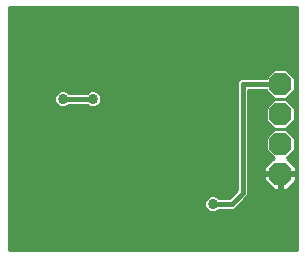
<source format=gbl>
G75*
%MOIN*%
%OFA0B0*%
%FSLAX25Y25*%
%IPPOS*%
%LPD*%
%AMOC8*
5,1,8,0,0,1.08239X$1,22.5*
%
%ADD10OC8,0.07600*%
%ADD11C,0.03400*%
%ADD12C,0.01600*%
%ADD13C,0.01000*%
%ADD14R,0.03400X0.03400*%
%ADD15C,0.16598*%
D10*
X0110080Y0029000D03*
X0110080Y0039000D03*
X0110080Y0049000D03*
X0110080Y0059000D03*
D11*
X0087580Y0019000D03*
X0047580Y0054000D03*
X0037580Y0054000D03*
D12*
X0047580Y0054000D01*
X0087580Y0019000D02*
X0093830Y0019000D01*
X0097580Y0022750D01*
X0097580Y0059000D01*
X0110080Y0059000D01*
D13*
X0019580Y0084461D02*
X0019580Y0003500D01*
X0115530Y0003500D01*
X0115530Y0084461D01*
X0019580Y0084461D01*
X0019580Y0084376D02*
X0115530Y0084376D01*
X0115530Y0083378D02*
X0019580Y0083378D01*
X0019580Y0082379D02*
X0115530Y0082379D01*
X0115530Y0081381D02*
X0019580Y0081381D01*
X0019580Y0080382D02*
X0115530Y0080382D01*
X0115530Y0079384D02*
X0019580Y0079384D01*
X0019580Y0078385D02*
X0115530Y0078385D01*
X0115530Y0077387D02*
X0019580Y0077387D01*
X0019580Y0076388D02*
X0115530Y0076388D01*
X0115530Y0075390D02*
X0019580Y0075390D01*
X0019580Y0074391D02*
X0115530Y0074391D01*
X0115530Y0073393D02*
X0019580Y0073393D01*
X0019580Y0072394D02*
X0115530Y0072394D01*
X0115530Y0071396D02*
X0019580Y0071396D01*
X0019580Y0070397D02*
X0115530Y0070397D01*
X0115530Y0069399D02*
X0019580Y0069399D01*
X0019580Y0068400D02*
X0115530Y0068400D01*
X0115530Y0067402D02*
X0019580Y0067402D01*
X0019580Y0066403D02*
X0115530Y0066403D01*
X0115530Y0065405D02*
X0019580Y0065405D01*
X0019580Y0064406D02*
X0115530Y0064406D01*
X0115530Y0063408D02*
X0112602Y0063408D01*
X0112109Y0063900D02*
X0108050Y0063900D01*
X0105180Y0061030D01*
X0105180Y0060900D01*
X0096793Y0060900D01*
X0095680Y0059787D01*
X0095680Y0023537D01*
X0093043Y0020900D01*
X0089639Y0020900D01*
X0089166Y0021374D01*
X0088137Y0021800D01*
X0087023Y0021800D01*
X0085994Y0021374D01*
X0085206Y0020586D01*
X0084780Y0019557D01*
X0084780Y0018443D01*
X0085206Y0017414D01*
X0085994Y0016626D01*
X0087023Y0016200D01*
X0088137Y0016200D01*
X0089166Y0016626D01*
X0089639Y0017100D01*
X0094617Y0017100D01*
X0098367Y0020850D01*
X0099480Y0021963D01*
X0099480Y0057100D01*
X0105180Y0057100D01*
X0105180Y0056970D01*
X0108050Y0054100D01*
X0112109Y0054100D01*
X0114980Y0056970D01*
X0114980Y0061030D01*
X0112109Y0063900D01*
X0113600Y0062409D02*
X0115530Y0062409D01*
X0115530Y0061411D02*
X0114599Y0061411D01*
X0114980Y0060412D02*
X0115530Y0060412D01*
X0115530Y0059414D02*
X0114980Y0059414D01*
X0114980Y0058415D02*
X0115530Y0058415D01*
X0115530Y0057417D02*
X0114980Y0057417D01*
X0115530Y0056418D02*
X0114427Y0056418D01*
X0113429Y0055420D02*
X0115530Y0055420D01*
X0115530Y0054421D02*
X0112430Y0054421D01*
X0112109Y0053900D02*
X0108050Y0053900D01*
X0105180Y0051030D01*
X0105180Y0046970D01*
X0108050Y0044100D01*
X0112109Y0044100D01*
X0114980Y0046970D01*
X0114980Y0051030D01*
X0112109Y0053900D01*
X0112587Y0053423D02*
X0115530Y0053423D01*
X0115530Y0052424D02*
X0113585Y0052424D01*
X0114584Y0051426D02*
X0115530Y0051426D01*
X0115530Y0050427D02*
X0114980Y0050427D01*
X0114980Y0049429D02*
X0115530Y0049429D01*
X0115530Y0048430D02*
X0114980Y0048430D01*
X0114980Y0047432D02*
X0115530Y0047432D01*
X0115530Y0046433D02*
X0114442Y0046433D01*
X0113444Y0045434D02*
X0115530Y0045434D01*
X0115530Y0044436D02*
X0112445Y0044436D01*
X0112109Y0043900D02*
X0108050Y0043900D01*
X0105180Y0041030D01*
X0105180Y0036970D01*
X0107867Y0034283D01*
X0104780Y0031195D01*
X0104780Y0029500D01*
X0109580Y0029500D01*
X0109580Y0028500D01*
X0110580Y0028500D01*
X0110580Y0029500D01*
X0115380Y0029500D01*
X0115380Y0031195D01*
X0112292Y0034283D01*
X0114980Y0036970D01*
X0114980Y0041030D01*
X0112109Y0043900D01*
X0112572Y0043437D02*
X0115530Y0043437D01*
X0115530Y0042439D02*
X0113570Y0042439D01*
X0114569Y0041440D02*
X0115530Y0041440D01*
X0115530Y0040442D02*
X0114980Y0040442D01*
X0114980Y0039443D02*
X0115530Y0039443D01*
X0115530Y0038445D02*
X0114980Y0038445D01*
X0114980Y0037446D02*
X0115530Y0037446D01*
X0115530Y0036448D02*
X0114457Y0036448D01*
X0113459Y0035449D02*
X0115530Y0035449D01*
X0115530Y0034451D02*
X0112460Y0034451D01*
X0113123Y0033452D02*
X0115530Y0033452D01*
X0115530Y0032454D02*
X0114121Y0032454D01*
X0115120Y0031455D02*
X0115530Y0031455D01*
X0115530Y0030457D02*
X0115380Y0030457D01*
X0115530Y0029458D02*
X0110580Y0029458D01*
X0110580Y0028500D02*
X0115380Y0028500D01*
X0115380Y0026805D01*
X0112275Y0023700D01*
X0110580Y0023700D01*
X0110580Y0028500D01*
X0110580Y0028460D02*
X0109580Y0028460D01*
X0109580Y0028500D02*
X0109580Y0023700D01*
X0107884Y0023700D01*
X0104780Y0026805D01*
X0104780Y0028500D01*
X0109580Y0028500D01*
X0109580Y0029458D02*
X0099480Y0029458D01*
X0099480Y0028460D02*
X0104780Y0028460D01*
X0104780Y0027461D02*
X0099480Y0027461D01*
X0099480Y0026463D02*
X0105121Y0026463D01*
X0106120Y0025464D02*
X0099480Y0025464D01*
X0099480Y0024466D02*
X0107119Y0024466D01*
X0109580Y0024466D02*
X0110580Y0024466D01*
X0110580Y0025464D02*
X0109580Y0025464D01*
X0109580Y0026463D02*
X0110580Y0026463D01*
X0110580Y0027461D02*
X0109580Y0027461D01*
X0114039Y0025464D02*
X0115530Y0025464D01*
X0115530Y0024466D02*
X0113041Y0024466D01*
X0115530Y0023467D02*
X0099480Y0023467D01*
X0099480Y0022469D02*
X0115530Y0022469D01*
X0115530Y0021470D02*
X0098987Y0021470D01*
X0097988Y0020472D02*
X0115530Y0020472D01*
X0115530Y0019473D02*
X0096990Y0019473D01*
X0095991Y0018475D02*
X0115530Y0018475D01*
X0115530Y0017476D02*
X0094993Y0017476D01*
X0093613Y0021470D02*
X0088933Y0021470D01*
X0086227Y0021470D02*
X0019580Y0021470D01*
X0019580Y0020472D02*
X0085159Y0020472D01*
X0084780Y0019473D02*
X0019580Y0019473D01*
X0019580Y0018475D02*
X0084780Y0018475D01*
X0085180Y0017476D02*
X0019580Y0017476D01*
X0019580Y0016478D02*
X0086352Y0016478D01*
X0088807Y0016478D02*
X0115530Y0016478D01*
X0115530Y0015479D02*
X0019580Y0015479D01*
X0019580Y0014481D02*
X0115530Y0014481D01*
X0115530Y0013482D02*
X0019580Y0013482D01*
X0019580Y0012484D02*
X0115530Y0012484D01*
X0115530Y0011485D02*
X0019580Y0011485D01*
X0019580Y0010487D02*
X0115530Y0010487D01*
X0115530Y0009488D02*
X0019580Y0009488D01*
X0019580Y0008490D02*
X0115530Y0008490D01*
X0115530Y0007491D02*
X0019580Y0007491D01*
X0019580Y0006493D02*
X0115530Y0006493D01*
X0115530Y0005494D02*
X0019580Y0005494D01*
X0019580Y0004496D02*
X0115530Y0004496D01*
X0094611Y0022469D02*
X0019580Y0022469D01*
X0019580Y0023467D02*
X0095610Y0023467D01*
X0095680Y0024466D02*
X0019580Y0024466D01*
X0019580Y0025464D02*
X0095680Y0025464D01*
X0095680Y0026463D02*
X0019580Y0026463D01*
X0019580Y0027461D02*
X0095680Y0027461D01*
X0095680Y0028460D02*
X0019580Y0028460D01*
X0019580Y0029458D02*
X0095680Y0029458D01*
X0095680Y0030457D02*
X0019580Y0030457D01*
X0019580Y0031455D02*
X0095680Y0031455D01*
X0095680Y0032454D02*
X0019580Y0032454D01*
X0019580Y0033452D02*
X0095680Y0033452D01*
X0095680Y0034451D02*
X0019580Y0034451D01*
X0019580Y0035449D02*
X0095680Y0035449D01*
X0095680Y0036448D02*
X0019580Y0036448D01*
X0019580Y0037446D02*
X0095680Y0037446D01*
X0095680Y0038445D02*
X0019580Y0038445D01*
X0019580Y0039443D02*
X0095680Y0039443D01*
X0095680Y0040442D02*
X0019580Y0040442D01*
X0019580Y0041440D02*
X0095680Y0041440D01*
X0095680Y0042439D02*
X0019580Y0042439D01*
X0019580Y0043437D02*
X0095680Y0043437D01*
X0095680Y0044436D02*
X0019580Y0044436D01*
X0019580Y0045434D02*
X0095680Y0045434D01*
X0095680Y0046433D02*
X0019580Y0046433D01*
X0019580Y0047432D02*
X0095680Y0047432D01*
X0095680Y0048430D02*
X0019580Y0048430D01*
X0019580Y0049429D02*
X0095680Y0049429D01*
X0095680Y0050427D02*
X0019580Y0050427D01*
X0019580Y0051426D02*
X0036478Y0051426D01*
X0035994Y0051626D02*
X0037023Y0051200D01*
X0038137Y0051200D01*
X0039166Y0051626D01*
X0039639Y0052100D01*
X0045520Y0052100D01*
X0045994Y0051626D01*
X0047023Y0051200D01*
X0048137Y0051200D01*
X0049166Y0051626D01*
X0049953Y0052414D01*
X0050380Y0053443D01*
X0050380Y0054557D01*
X0049953Y0055586D01*
X0049166Y0056374D01*
X0048137Y0056800D01*
X0047023Y0056800D01*
X0045994Y0056374D01*
X0045520Y0055900D01*
X0039639Y0055900D01*
X0039166Y0056374D01*
X0038137Y0056800D01*
X0037023Y0056800D01*
X0035994Y0056374D01*
X0035206Y0055586D01*
X0034780Y0054557D01*
X0034780Y0053443D01*
X0035206Y0052414D01*
X0035994Y0051626D01*
X0035202Y0052424D02*
X0019580Y0052424D01*
X0019580Y0053423D02*
X0034788Y0053423D01*
X0034780Y0054421D02*
X0019580Y0054421D01*
X0019580Y0055420D02*
X0035137Y0055420D01*
X0036101Y0056418D02*
X0019580Y0056418D01*
X0019580Y0057417D02*
X0095680Y0057417D01*
X0095680Y0058415D02*
X0019580Y0058415D01*
X0019580Y0059414D02*
X0095680Y0059414D01*
X0096305Y0060412D02*
X0019580Y0060412D01*
X0019580Y0061411D02*
X0105561Y0061411D01*
X0106559Y0062409D02*
X0019580Y0062409D01*
X0019580Y0063408D02*
X0107558Y0063408D01*
X0105732Y0056418D02*
X0099480Y0056418D01*
X0099480Y0055420D02*
X0106730Y0055420D01*
X0107729Y0054421D02*
X0099480Y0054421D01*
X0099480Y0053423D02*
X0107573Y0053423D01*
X0106574Y0052424D02*
X0099480Y0052424D01*
X0099480Y0051426D02*
X0105576Y0051426D01*
X0105180Y0050427D02*
X0099480Y0050427D01*
X0099480Y0049429D02*
X0105180Y0049429D01*
X0105180Y0048430D02*
X0099480Y0048430D01*
X0099480Y0047432D02*
X0105180Y0047432D01*
X0105717Y0046433D02*
X0099480Y0046433D01*
X0099480Y0045434D02*
X0106715Y0045434D01*
X0107714Y0044436D02*
X0099480Y0044436D01*
X0099480Y0043437D02*
X0107587Y0043437D01*
X0106589Y0042439D02*
X0099480Y0042439D01*
X0099480Y0041440D02*
X0105590Y0041440D01*
X0105180Y0040442D02*
X0099480Y0040442D01*
X0099480Y0039443D02*
X0105180Y0039443D01*
X0105180Y0038445D02*
X0099480Y0038445D01*
X0099480Y0037446D02*
X0105180Y0037446D01*
X0105702Y0036448D02*
X0099480Y0036448D01*
X0099480Y0035449D02*
X0106701Y0035449D01*
X0107699Y0034451D02*
X0099480Y0034451D01*
X0099480Y0033452D02*
X0107037Y0033452D01*
X0106038Y0032454D02*
X0099480Y0032454D01*
X0099480Y0031455D02*
X0105040Y0031455D01*
X0104780Y0030457D02*
X0099480Y0030457D01*
X0115380Y0028460D02*
X0115530Y0028460D01*
X0115530Y0027461D02*
X0115380Y0027461D01*
X0115530Y0026463D02*
X0115038Y0026463D01*
X0095680Y0051426D02*
X0048681Y0051426D01*
X0049958Y0052424D02*
X0095680Y0052424D01*
X0095680Y0053423D02*
X0050371Y0053423D01*
X0050380Y0054421D02*
X0095680Y0054421D01*
X0095680Y0055420D02*
X0050022Y0055420D01*
X0049058Y0056418D02*
X0095680Y0056418D01*
X0046478Y0051426D02*
X0038681Y0051426D01*
X0039058Y0056418D02*
X0046101Y0056418D01*
D14*
X0062580Y0051500D03*
X0037580Y0035250D03*
X0088830Y0029000D03*
X0092580Y0057750D03*
X0083830Y0077750D03*
X0078830Y0077750D03*
X0072580Y0077750D03*
X0058830Y0077750D03*
X0053830Y0077750D03*
D15*
X0030080Y0074000D03*
X0105080Y0074000D03*
X0105080Y0014000D03*
X0030080Y0014000D03*
M02*

</source>
